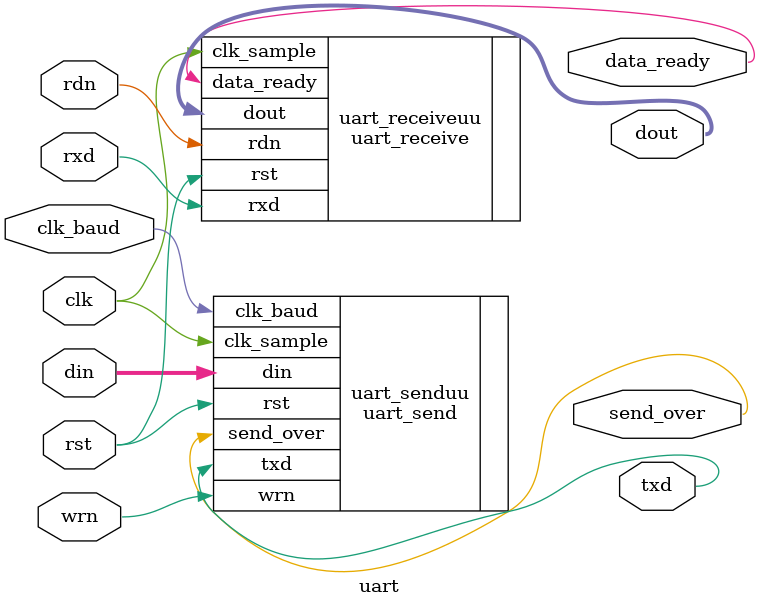
<source format=v>
`timescale 1ns / 1ps
module uart(clk, clk_baud, rst, rxd, din, wrn, txd, rdn, dout, data_ready, send_over);

input clk;
input clk_baud;
input rst;
input rxd;
input [7:0] din;
input rdn;
input wrn;

output txd;
output [7:0] dout;
output data_ready;
output send_over;

uart_send uart_senduu(
							.clk_sample(clk),
							.clk_baud(clk_baud),
							.rst(rst),
							.txd(txd),
							.din(din),
							.wrn(wrn),
							.send_over(send_over)
							);
uart_receive	uart_receiveuu(
										.clk_sample(clk),
										.rst(rst),
										.rxd(rxd),
										.dout(dout),
										.rdn(rdn),
										.data_ready(data_ready)
										);



endmodule

</source>
